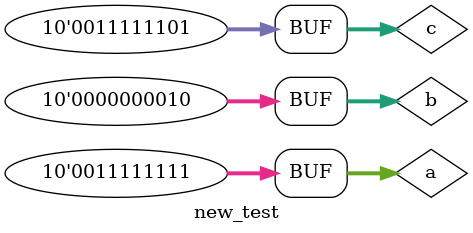
<source format=sv>
module new_test();

logic [9:0] a, b, c;

assign a = 255;
assign b = 2'b10;
assign c = a-b;


always @(*)
	$display("a: %D   b: %D   c: %D ",a,b,c);


endmodule
</source>
